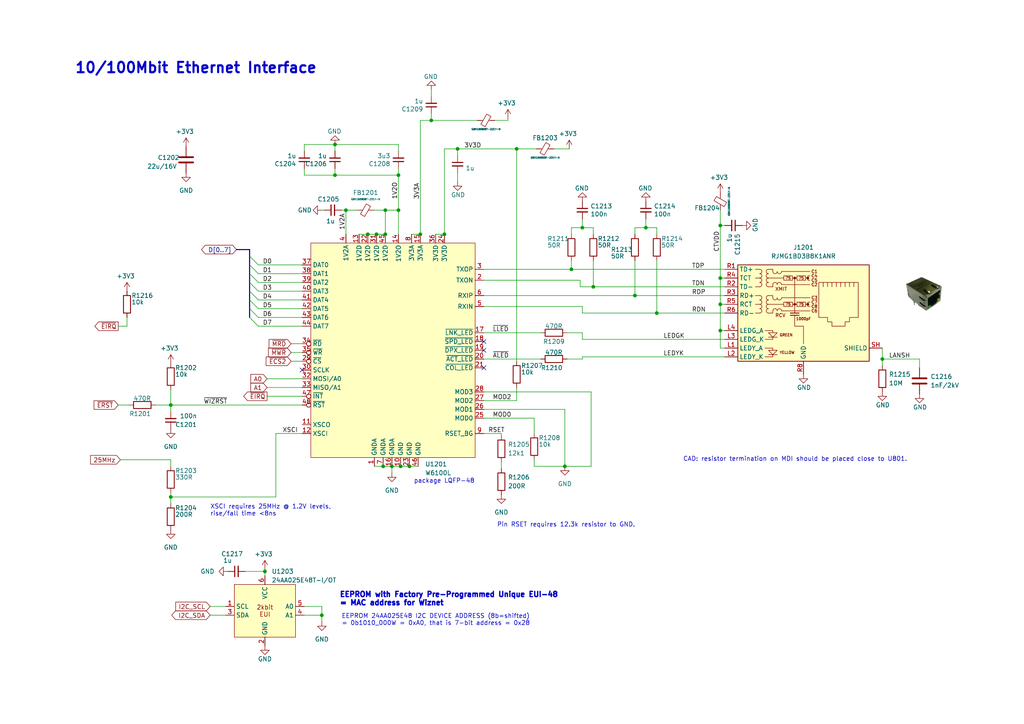
<source format=kicad_sch>
(kicad_sch (version 20230121) (generator eeschema)
  (paper "A4")
  (title_block (title "X65-SBC") (date "2024-02-12") (rev "revB1") (company "FOR X65.EU DESIGNED BY JSYKORA.INFO") (comment 1 "Ethernet LAN Adapter with WIZNET"))
  (lib_symbols
    (symbol "Connector:RJ45_Amphenol_RJMG1BD3B8K1ANR"
      (property "Reference" "J1201" (at 0 19.05 0))
      (property "Value" "RJMG1BD3B8K1ANR" (at 0 16.51 0))
      (symbol "RJ45_Amphenol_RJMG1BD3B8K1ANR_0_0"
        (circle (center -2.54 2.54) (radius 0.254) (stroke (width 0.254)) (fill (type outline)))
        (circle (center -2.54 10.16) (radius 0.254) (stroke (width 0.254)) (fill (type outline)))
        (polyline (pts (xy -7.62 -12.065) (xy -10.16 -12.065)))
        (polyline (pts (xy -7.62 -6.985) (xy -10.16 -6.985)))
        (polyline (pts (xy -2.54 10.16) (xy -2.54 0)))
        (polyline (pts (xy -1.27 -0.635) (xy -3.81 -0.635)) (stroke (width 0.254)))
        (polyline (pts (xy -1.27 0) (xy -3.81 0)) (stroke (width 0.254)))
        (polyline (pts (xy 1.27 2.54) (xy 0.635 2.54)))
        (polyline (pts (xy 1.27 10.16) (xy 0.635 10.16)))
        (polyline (pts (xy -11.176 -12.7) (xy -8.89 -12.7) (xy -8.89 -12.065)))
        (polyline (pts (xy -11.176 -10.16) (xy -8.89 -10.16) (xy -8.89 -10.795)))
        (polyline (pts (xy -11.176 -5.08) (xy -8.89 -5.08) (xy -8.89 -5.715)))
        (polyline (pts (xy -8.89 -6.985) (xy -8.89 -7.62) (xy -11.176 -7.62)))
        (polyline (pts (xy -10.16 -5.715) (xy -7.62 -5.715) (xy -8.89 -6.985) (xy -10.16 -5.715)))
        (polyline (pts (xy -7.62 -10.795) (xy -10.16 -10.795) (xy -8.89 -12.065) (xy -7.62 -10.795)))
        (polyline (pts (xy -2.54 -0.635) (xy -2.54 -3.81) (xy 0 -3.81) (xy 0 -8.89)))
        (polyline (pts (xy 1.905 3.175) (xy 1.27 3.175) (xy 1.27 1.905) (xy 1.905 1.905)))
        (polyline (pts (xy 1.905 10.795) (xy 1.27 10.795) (xy 1.27 9.525) (xy 1.905 9.525)))
        (circle (center 1.27 2.54) (radius 0.254) (stroke (width 0.254)) (fill (type outline)))
        (circle (center 1.27 10.16) (radius 0.254) (stroke (width 0.254)) (fill (type outline)))
        (text "1000pF" (at 0 -1.651 0) (effects (font (size 0.762 0.762))))
        (text "75" (at -4.445 2.54 0) (effects (font (size 0.762 0.762))))
        (text "75" (at -4.445 10.16 0) (effects (font (size 0.762 0.762))))
        (text "75" (at -0.635 2.54 0) (effects (font (size 0.762 0.762))))
        (text "75" (at -0.635 10.16 0) (effects (font (size 0.762 0.762))))
        (text "C1" (at 3.175 12.065 0) (effects (font (size 0.889 0.889))))
        (text "C2" (at 3.175 8.255 0) (effects (font (size 0.889 0.889))))
        (text "C3" (at 3.175 4.445 0) (effects (font (size 0.889 0.889))))
        (text "C4" (at 3.175 10.795 0) (effects (font (size 0.889 0.889))))
        (text "C5" (at 3.175 9.525 0) (effects (font (size 0.889 0.889))))
        (text "C6" (at 3.175 0.635 0) (effects (font (size 0.889 0.889))))
        (text "C7" (at 3.175 3.175 0) (effects (font (size 0.889 0.889))))
        (text "C8" (at 3.175 1.905 0) (effects (font (size 0.889 0.889))))
        (text "GREEN" (at -6.985 -6.35 0) (effects (font (size 0.762 0.762)) (justify left)))
        (text "RCV" (at -8.255 -0.635 0) (effects (font (size 1.016 1.016)) (justify left)))
        (text "XMIT" (at -8.255 6.985 0) (effects (font (size 1.016 1.016)) (justify left)))
        (text "YELLOW" (at -6.985 -11.43 0) (effects (font (size 0.762 0.762)) (justify left)))
      )
      (symbol "RJ45_Amphenol_RJMG1BD3B8K1ANR_0_1"
        (rectangle (start -19.05 -13.97) (end 19.05 13.97) (stroke (width 0.254)) (fill (type background)))
        (arc (start -12.7 0) (mid -12.0677 0.635) (end -12.7 1.27))
        (arc (start -12.7 1.27) (mid -12.0677 1.905) (end -12.7 2.54))
        (arc (start -12.7 2.54) (mid -12.0677 3.175) (end -12.7 3.81))
        (arc (start -12.7 3.81) (mid -12.0677 4.445) (end -12.7 5.08))
        (arc (start -12.7 7.62) (mid -12.0677 8.255) (end -12.7 8.89))
        (arc (start -12.7 8.89) (mid -12.0677 9.525) (end -12.7 10.16))
        (arc (start -12.7 10.16) (mid -12.0677 10.795) (end -12.7 11.43))
        (arc (start -12.7 11.43) (mid -12.0677 12.065) (end -12.7 12.7))
        (arc (start -10.16 1.27) (mid -10.7923 0.635) (end -10.16 0))
        (arc (start -10.16 2.54) (mid -10.7923 1.905) (end -10.16 1.27))
        (arc (start -10.16 3.81) (mid -10.7923 3.175) (end -10.16 2.54))
        (arc (start -10.16 5.08) (mid -10.7923 4.445) (end -10.16 3.81))
        (arc (start -10.16 8.89) (mid -10.7923 8.255) (end -10.16 7.62))
        (arc (start -10.16 10.16) (mid -10.7923 9.525) (end -10.16 8.89))
        (arc (start -10.16 11.43) (mid -10.7923 10.795) (end -10.16 10.16))
        (arc (start -10.16 12.7) (mid -10.7923 12.065) (end -10.16 11.43))
        (arc (start -8.89 4.445) (mid -8.255 3.8127) (end -7.62 4.445))
        (arc (start -8.89 12.065) (mid -8.255 11.4327) (end -7.62 12.065))
        (arc (start -7.62 0.635) (mid -8.255 1.2673) (end -8.89 0.635))
        (arc (start -7.62 4.445) (mid -6.985 3.8127) (end -6.35 4.445))
        (arc (start -7.62 8.255) (mid -8.255 8.8873) (end -8.89 8.255))
        (arc (start -7.62 12.065) (mid -6.985 11.4327) (end -6.35 12.065))
        (arc (start -6.35 0.635) (mid -6.985 1.2673) (end -7.62 0.635))
        (arc (start -6.35 8.255) (mid -6.985 8.8873) (end -7.62 8.255))
        (rectangle (start -5.715 3.175) (end -3.175 1.905))
        (rectangle (start -5.715 10.795) (end -3.175 9.525))
        (rectangle (start -1.905 3.175) (end 0.635 1.905))
        (rectangle (start -1.905 10.795) (end 0.635 9.525))
        (polyline (pts (xy -12.7 0) (xy -13.97 0)))
        (polyline (pts (xy -12.7 2.54) (xy -13.97 2.54)))
        (polyline (pts (xy -12.7 5.08) (xy -13.97 5.08)))
        (polyline (pts (xy -12.7 7.62) (xy -13.97 7.62)))
        (polyline (pts (xy -12.7 10.16) (xy -13.97 10.16)))
        (polyline (pts (xy -12.7 12.7) (xy -13.97 12.7)))
        (polyline (pts (xy -6.35 0.635) (xy 1.905 0.635)))
        (polyline (pts (xy -6.35 4.445) (xy 1.905 4.445)))
        (polyline (pts (xy -6.35 8.255) (xy 1.905 8.255)))
        (polyline (pts (xy -6.35 12.065) (xy 1.905 12.065)))
        (polyline (pts (xy -5.715 2.54) (xy -10.16 2.54)))
        (polyline (pts (xy -5.715 10.16) (xy -10.16 10.16)))
        (polyline (pts (xy -3.175 2.54) (xy -1.905 2.54)))
        (polyline (pts (xy -3.175 10.16) (xy -1.905 10.16)))
        (polyline (pts (xy 5.715 7.62) (xy 5.715 8.89)))
        (polyline (pts (xy 6.985 8.89) (xy 6.985 7.62)))
        (polyline (pts (xy 8.255 8.89) (xy 8.255 7.62)))
        (polyline (pts (xy 9.525 8.89) (xy 9.525 7.62)))
        (polyline (pts (xy 10.795 8.89) (xy 10.795 7.62)))
        (polyline (pts (xy 12.065 8.89) (xy 12.065 7.62)))
        (polyline (pts (xy 13.335 7.62) (xy 13.335 8.89)))
        (polyline (pts (xy 14.605 7.62) (xy 14.605 8.89)))
        (polyline (pts (xy -10.16 5.08) (xy -8.89 5.08) (xy -8.89 4.445)))
        (polyline (pts (xy -10.16 12.7) (xy -8.89 12.7) (xy -8.89 12.065)))
        (polyline (pts (xy -8.89 0.635) (xy -8.89 0) (xy -10.16 0)))
        (polyline (pts (xy -8.89 8.255) (xy -8.89 7.62) (xy -10.16 7.62)))
        (polyline (pts (xy 4.445 8.89) (xy 15.875 8.89) (xy 15.875 -1.27) (xy 13.335 -1.27) (xy 13.335 -2.54) (xy 12.065 -2.54) (xy 12.065 -3.81) (xy 8.255 -3.81) (xy 8.255 -2.54) (xy 6.985 -2.54) (xy 6.985 -1.27) (xy 4.445 -1.27) (xy 4.445 8.89)))
      )
      (symbol "RJ45_Amphenol_RJMG1BD3B8K1ANR_1_1"
        (pin passive line (at -22.86 -10.16 0) (length 3.81) (name "LEDY_A") (number "L1"))
        (pin passive line (at -22.86 -12.7 0) (length 3.81) (name "LEDY_K") (number "L2"))
        (pin passive line (at -22.86 -7.62 0) (length 3.81) (name "LEDG_K") (number "L3"))
        (pin passive line (at -22.86 -5.08 0) (length 3.81) (name "LEDG_A") (number "L4"))
        (pin passive line (at -22.86 12.7 0) (length 3.81) (name "TD+") (number "R1"))
        (pin passive line (at -22.86 7.62 0) (length 3.81) (name "TD-") (number "R2"))
        (pin passive line (at -22.86 5.08 0) (length 3.81) (name "RD+") (number "R3"))
        (pin passive line (at -22.86 10.16 0) (length 3.81) (name "TCT") (number "R4"))
        (pin passive line (at -22.86 2.54 0) (length 3.81) (name "RCT") (number "R5"))
        (pin passive line (at -22.86 0 0) (length 3.81) (name "RD-") (number "R6"))
        (pin no_connect line (at 5.08 -5.08 0) (length 0) hide (name "NC") (number "R7"))
        (pin power_in line (at 0 -17.78 90) (length 3.81) (name "GND") (number "R8"))
        (pin passive line (at 22.86 -10.16 180) (length 3.81) (name "SHIELD") (number "SH"))
      )
    )
    (symbol "Device:C" (pin_numbers hide) (pin_names (offset 0.254))
      (property "Reference" "C" (at 0.635 2.54 0))
      (property "Value" "C" (at 0.635 -2.54 0))
      (symbol "C_0_1"
        (polyline (pts (xy -2.032 -0.762) (xy 2.032 -0.762)) (stroke (width 0.508)))
        (polyline (pts (xy -2.032 0.762) (xy 2.032 0.762)) (stroke (width 0.508)))
      )
      (symbol "C_1_1"
        (pin passive line (at 0 3.81 270) (length 2.794) (name "~") (number "1"))
        (pin passive line (at 0 -3.81 90) (length 2.794) (name "~") (number "2"))
      )
    )
    (symbol "Device:C_Small" (pin_numbers hide) (pin_names (offset 0.254) hide)
      (property "Reference" "C" (at 0.254 1.778 0))
      (property "Value" "C_Small" (at 0.254 -2.032 0))
      (symbol "C_Small_0_1"
        (polyline (pts (xy -1.524 -0.508) (xy 1.524 -0.508)) (stroke (width 0.3302)))
        (polyline (pts (xy -1.524 0.508) (xy 1.524 0.508)) (stroke (width 0.3048)))
      )
      (symbol "C_Small_1_1"
        (pin passive line (at 0 2.54 270) (length 2.032) (name "~") (number "1"))
        (pin passive line (at 0 -2.54 90) (length 2.032) (name "~") (number "2"))
      )
    )
    (symbol "Device:FerriteBead_Small" (pin_numbers hide) (pin_names (offset 0))
      (property "Reference" "FB" (at 1.905 1.27 0))
      (property "Value" "FerriteBead_Small" (at 1.905 -1.27 0))
      (symbol "FerriteBead_Small_0_1"
        (polyline (pts (xy 0 -1.27) (xy 0 -0.7874)))
        (polyline (pts (xy 0 0.889) (xy 0 1.2954)))
        (polyline (pts (xy -1.8288 0.2794) (xy -1.1176 1.4986) (xy 1.8288 -0.2032) (xy 1.1176 -1.4224) (xy -1.8288 0.2794)))
      )
      (symbol "FerriteBead_Small_1_1"
        (pin passive line (at 0 2.54 270) (length 1.27) (name "~") (number "1"))
        (pin passive line (at 0 -2.54 90) (length 1.27) (name "~") (number "2"))
      )
    )
    (symbol "Device:R" (pin_numbers hide) (pin_names (offset 0))
      (property "Reference" "R" (at 2.032 0 90))
      (property "Value" "R" (at 0 0 90))
      (symbol "R_0_1"
        (rectangle (start -1.016 -2.54) (end 1.016 2.54) (stroke (width 0.254)))
      )
      (symbol "R_1_1"
        (pin passive line (at 0 3.81 270) (length 1.27) (name "~") (number "1"))
        (pin passive line (at 0 -3.81 90) (length 1.27) (name "~") (number "2"))
      )
    )
    (symbol "Wiznet:24AA025E-OT"
      (property "Reference" "U" (at 3.81 19.05 0))
      (property "Value" "24AA025E-OT" (at 8.89 16.51 0))
      (symbol "24AA025E-OT_0_1"
        (rectangle (start -8.89 15.24) (end 8.89 0) (fill (type background)))
        (text "2kbit\nEUI" (at 0 7.62 0) (effects (font (size 1.27 1.27))))
      )
      (symbol "24AA025E-OT_1_1"
        (pin input line (at -11.43 8.89 0) (length 2.54) (name "SCL") (number "1"))
        (pin power_in line (at 0 -2.54 90) (length 2.54) (name "GND") (number "2"))
        (pin bidirectional line (at -11.43 6.35 0) (length 2.54) (name "SDA") (number "3"))
        (pin input line (at 11.43 6.35 180) (length 2.54) (name "A1") (number "4"))
        (pin input line (at 11.43 8.89 180) (length 2.54) (name "A0") (number "5"))
        (pin power_in line (at 0 17.78 270) (length 2.54) (name "VCC") (number "6"))
      )
    )
    (symbol "Wiznet:W6100L"
      (property "Reference" "U" (at -24.765 -35.56 0))
      (property "Value" "W6100L" (at -21.59 -38.1 0))
      (symbol "W6100L_0_1"
        (rectangle (start -25.4 29.21) (end 22.225 -33.02) (fill (type background)))
      )
      (symbol "W6100L_1_1"
        (pin power_in line (at -6.985 -35.56 90) (length 2.54) (name "GNDA") (number "1"))
        (pin power_in line (at 0.635 -35.56 90) (length 2.54) (name "GND") (number "10"))
        (pin input line (at -27.94 -23.495 0) (length 2.54) (name "XSCO") (number "11"))
        (pin input line (at -27.94 -26.035 0) (length 2.54) (name "XSCI") (number "12"))
        (pin power_in line (at -11.43 31.75 270) (length 2.54) (name "1V2D") (number "13"))
        (pin power_out line (at 0 31.75 270) (length 2.54) (name "1V2O") (number "14"))
        (pin power_in line (at 6.35 31.75 270) (length 2.54) (name "3V3A") (number "15"))
        (pin power_in line (at -1.905 -35.56 90) (length 2.54) (name "GNDA") (number "16"))
        (pin output line (at 24.765 3.175 180) (length 2.54) (name "~{LNK_LED}") (number "17"))
        (pin output line (at 24.765 0.635 180) (length 2.54) (name "~{SPD_LED}") (number "18"))
        (pin output line (at 24.765 -1.905 180) (length 2.54) (name "~{DPX_LED}") (number "19"))
        (pin output line (at 24.765 18.415 180) (length 2.54) (name "TXON") (number "2"))
        (pin output line (at 24.765 -4.445 180) (length 2.54) (name "~{ACT_LED}") (number "20"))
        (pin output line (at 24.765 -6.985 180) (length 2.54) (name "~{COL_LED}") (number "21"))
        (pin power_in line (at -8.89 31.75 270) (length 2.54) (name "1V2D") (number "22"))
        (pin power_in line (at 3.175 -35.56 90) (length 2.54) (name "GND") (number "23"))
        (pin power_in line (at 13.335 31.75 270) (length 2.54) (name "3V3D") (number "24"))
        (pin input line (at 24.765 -21.59 180) (length 2.54) (name "MOD0") (number "25"))
        (pin input line (at 24.765 -19.05 180) (length 2.54) (name "MOD1") (number "26"))
        (pin input line (at 24.765 -16.51 180) (length 2.54) (name "MOD2") (number "27"))
        (pin input line (at 24.765 -13.97 180) (length 2.54) (name "MOD3") (number "28"))
        (pin input inverted (at -27.94 -5.08 0) (length 2.54) (name "~{CS}") (number "29"))
        (pin output line (at 24.765 21.59 180) (length 2.54) (name "TXOP") (number "3"))
        (pin input line (at -27.94 -7.62 0) (length 2.54) (name "SCLK") (number "30"))
        (pin power_in line (at -6.35 31.75 270) (length 2.54) (name "1V2D") (number "31"))
        (pin input line (at -27.94 -10.16 0) (length 2.54) (name "MOSI/A0") (number "32"))
        (pin bidirectional line (at -27.94 -12.7 0) (length 2.54) (name "MISO/A1") (number "33"))
        (pin input inverted (at -27.94 0 0) (length 2.54) (name "~{RD}") (number "34"))
        (pin input inverted (at -27.94 -2.54 0) (length 2.54) (name "~{WR}") (number "35"))
        (pin power_in line (at 10.795 31.75 270) (length 2.54) (name "3V3D") (number "36"))
        (pin bidirectional line (at -27.94 22.86 0) (length 2.54) (name "DAT0") (number "37"))
        (pin bidirectional line (at -27.94 20.32 0) (length 2.54) (name "DAT1") (number "38"))
        (pin bidirectional line (at -27.94 17.78 0) (length 2.54) (name "DAT2") (number "39"))
        (pin power_in line (at -15.24 31.75 270) (length 2.54) (name "1V2A") (number "4"))
        (pin bidirectional line (at -27.94 15.24 0) (length 2.54) (name "DAT3") (number "40"))
        (pin bidirectional line (at -27.94 12.7 0) (length 2.54) (name "DAT4") (number "41"))
        (pin bidirectional line (at -27.94 10.16 0) (length 2.54) (name "DAT5") (number "42"))
        (pin bidirectional line (at -27.94 7.62 0) (length 2.54) (name "DAT6") (number "43"))
        (pin bidirectional line (at -27.94 5.08 0) (length 2.54) (name "DAT7") (number "44"))
        (pin power_in line (at -3.81 31.75 270) (length 2.54) (name "1V2D") (number "45"))
        (pin power_in line (at 5.715 -35.56 90) (length 2.54) (name "GND") (number "46"))
        (pin bidirectional inverted (at -27.94 -15.24 0) (length 2.54) (name "~{INT}") (number "47"))
        (pin input inverted (at -27.94 -17.78 0) (length 2.54) (name "~{RST}") (number "48"))
        (pin input line (at 24.765 10.795 180) (length 2.54) (name "RXIN") (number "5"))
        (pin input line (at 24.765 13.97 180) (length 2.54) (name "RXIP") (number "6"))
        (pin power_in line (at -4.445 -35.56 90) (length 2.54) (name "GNDA") (number "7"))
        (pin power_in line (at 3.81 31.75 270) (length 2.54) (name "3V3A") (number "8"))
        (pin input line (at 24.765 -26.035 180) (length 2.54) (name "RSET_BG") (number "9"))
      )
    )
    (symbol "power:+3V3" (power) (pin_names (offset 0))
      (property "Value" "+3V3" (at 0 3.556 0))
      (symbol "+3V3_0_1"
        (polyline (pts (xy -0.762 1.27) (xy 0 2.54)))
        (polyline (pts (xy 0 0) (xy 0 2.54)))
        (polyline (pts (xy 0 2.54) (xy 0.762 1.27)))
      )
      (symbol "+3V3_1_1"
        (pin power_in line (at 0 0 90) (length 0) hide (name "+3V3") (number "1"))
      )
    )
    (symbol "power:GND" (power) (pin_names (offset 0))
      (property "Value" "GND" (at 0 -3.81 0))
      (symbol "GND_0_1"
        (polyline (pts (xy 0 0) (xy 0 -1.27) (xy 1.27 -1.27) (xy 0 -2.54) (xy -1.27 -1.27) (xy 0 -1.27)))
      )
      (symbol "GND_1_1"
        (pin power_in line (at 0 0 270) (length 0) hide (name "GND") (number "1"))
      )
    )
  )
  (junction (at 149.86 43.18))
  (junction (at 100.33 60.96))
  (junction (at 49.53 117.475))
  (junction (at 208.915 80.645))
  (junction (at 187.325 66.04))
  (junction (at 184.15 85.725))
  (junction (at 49.53 144.145))
  (junction (at 165.735 78.105))
  (junction (at 121.92 67.945))
  (junction (at 111.76 60.96))
  (junction (at 190.5 90.805))
  (junction (at 97.155 50.8))
  (junction (at 128.905 67.945))
  (junction (at 97.155 41.91))
  (junction (at 93.345 178.435))
  (junction (at 109.22 67.945))
  (junction (at 106.68 67.945))
  (junction (at 111.76 67.945))
  (junction (at 111.125 135.255))
  (junction (at 115.57 50.8))
  (junction (at 116.205 135.255))
  (junction (at 118.745 135.255))
  (junction (at 172.085 83.185))
  (junction (at 208.915 65.405))
  (junction (at 125.095 34.925))
  (junction (at 208.915 88.265))
  (junction (at 255.905 104.14))
  (junction (at 208.915 95.885))
  (junction (at 132.715 43.18))
  (junction (at 76.835 165.735))
  (junction (at 168.91 66.04))
  (junction (at 163.83 135.255))
  (junction (at 115.57 60.96))
  (junction (at 113.665 135.255))
  (no_connect (at 140.335 106.68))
  (no_connect (at 87.63 107.315))
  (no_connect (at 140.335 99.06))
  (no_connect (at 140.335 101.6))
  (bus_entry (at 72.39 89.535) (size 2.54 2.54))
  (bus_entry (at 72.39 79.375) (size 2.54 2.54))
  (bus_entry (at 72.39 86.995) (size 2.54 2.54))
  (bus_entry (at 72.39 81.915) (size 2.54 2.54))
  (bus_entry (at 72.39 84.455) (size 2.54 2.54))
  (bus_entry (at 72.39 92.075) (size 2.54 2.54))
  (bus_entry (at 72.39 74.295) (size 2.54 2.54))
  (bus_entry (at 72.39 76.835) (size 2.54 2.54))
  (wire (pts (xy 87.63 125.73) (xy 80.01 125.73)))
  (bus (pts (xy 72.39 89.535) (xy 72.39 86.995)))
  (wire (pts (xy 121.92 67.945) (xy 121.92 34.925)))
  (wire (pts (xy 111.76 60.96) (xy 111.76 67.945)))
  (bus (pts (xy 72.39 76.835) (xy 72.39 74.295)))
  (wire (pts (xy 132.715 43.18) (xy 132.715 45.085)))
  (wire (pts (xy 184.15 67.945) (xy 184.15 66.04)))
  (wire (pts (xy 60.96 178.435) (xy 65.405 178.435)))
  (wire (pts (xy 163.83 135.255) (xy 171.45 135.255)))
  (wire (pts (xy 49.53 135.255) (xy 49.53 133.35)))
  (wire (pts (xy 74.93 86.995) (xy 87.63 86.995)))
  (wire (pts (xy 140.335 125.73) (xy 145.415 125.73)))
  (wire (pts (xy 49.53 117.475) (xy 49.53 113.03)))
  (wire (pts (xy 74.93 92.075) (xy 87.63 92.075)))
  (wire (pts (xy 208.915 88.265) (xy 208.915 95.885)))
  (wire (pts (xy 171.45 113.665) (xy 171.45 135.255)))
  (wire (pts (xy 168.91 96.52) (xy 164.465 96.52)))
  (wire (pts (xy 168.91 103.505) (xy 168.91 104.14)))
  (wire (pts (xy 93.345 175.895) (xy 93.345 178.435)))
  (wire (pts (xy 97.155 50.8) (xy 88.265 50.8)))
  (wire (pts (xy 76.835 165.1) (xy 76.835 165.735)))
  (bus (pts (xy 72.39 81.915) (xy 72.39 79.375)))
  (wire (pts (xy 77.47 114.935) (xy 87.63 114.935)))
  (wire (pts (xy 210.185 95.885) (xy 208.915 95.885)))
  (wire (pts (xy 115.57 48.895) (xy 115.57 50.8)))
  (wire (pts (xy 165.735 78.105) (xy 210.185 78.105)))
  (wire (pts (xy 266.7 104.14) (xy 266.7 106.68)))
  (wire (pts (xy 104.14 67.945) (xy 106.68 67.945)))
  (wire (pts (xy 184.15 75.565) (xy 184.15 85.725)))
  (wire (pts (xy 88.265 41.91) (xy 88.265 43.815)))
  (wire (pts (xy 100.33 60.96) (xy 100.33 67.945)))
  (wire (pts (xy 163.83 118.745) (xy 163.83 135.255)))
  (wire (pts (xy 76.835 165.735) (xy 76.835 167.005)))
  (wire (pts (xy 115.57 60.96) (xy 111.76 60.96)))
  (wire (pts (xy 97.155 41.91) (xy 97.155 43.815)))
  (wire (pts (xy 49.53 142.875) (xy 49.53 144.145)))
  (wire (pts (xy 184.15 66.04) (xy 187.325 66.04)))
  (wire (pts (xy 93.345 60.96) (xy 93.98 60.96)))
  (wire (pts (xy 34.925 133.35) (xy 49.53 133.35)))
  (bus (pts (xy 72.39 74.295) (xy 72.39 72.39)))
  (wire (pts (xy 74.93 94.615) (xy 87.63 94.615)))
  (wire (pts (xy 165.735 75.565) (xy 165.735 78.105)))
  (wire (pts (xy 172.085 66.04) (xy 172.085 67.945)))
  (wire (pts (xy 208.915 88.265) (xy 210.185 88.265)))
  (wire (pts (xy 113.665 135.255) (xy 116.205 135.255)))
  (wire (pts (xy 154.94 135.255) (xy 163.83 135.255)))
  (wire (pts (xy 84.455 104.775) (xy 87.63 104.775)))
  (wire (pts (xy 88.265 178.435) (xy 93.345 178.435)))
  (wire (pts (xy 97.155 50.8) (xy 115.57 50.8)))
  (wire (pts (xy 187.325 66.04) (xy 190.5 66.04)))
  (wire (pts (xy 109.22 67.945) (xy 111.76 67.945)))
  (wire (pts (xy 132.715 43.18) (xy 128.905 43.18)))
  (wire (pts (xy 88.265 175.895) (xy 93.345 175.895)))
  (wire (pts (xy 255.905 104.14) (xy 255.905 106.045)))
  (wire (pts (xy 128.905 43.18) (xy 128.905 67.945)))
  (wire (pts (xy 74.93 76.835) (xy 87.63 76.835)))
  (wire (pts (xy 97.155 41.91) (xy 115.57 41.91)))
  (wire (pts (xy 168.91 66.04) (xy 172.085 66.04)))
  (wire (pts (xy 119.38 67.945) (xy 121.92 67.945)))
  (wire (pts (xy 208.915 65.405) (xy 208.915 80.645)))
  (wire (pts (xy 140.335 121.285) (xy 154.94 121.285)))
  (wire (pts (xy 116.205 135.255) (xy 118.745 135.255)))
  (wire (pts (xy 255.905 100.965) (xy 255.905 104.14)))
  (wire (pts (xy 97.155 50.8) (xy 97.155 48.895)))
  (wire (pts (xy 125.095 34.925) (xy 138.43 34.925)))
  (wire (pts (xy 74.93 89.535) (xy 87.63 89.535)))
  (wire (pts (xy 80.01 125.73) (xy 80.01 144.145)))
  (wire (pts (xy 74.93 79.375) (xy 87.63 79.375)))
  (wire (pts (xy 155.575 43.18) (xy 149.86 43.18)))
  (wire (pts (xy 140.335 81.28) (xy 168.275 81.28)))
  (wire (pts (xy 210.185 98.425) (xy 168.91 98.425)))
  (wire (pts (xy 99.06 60.96) (xy 100.33 60.96)))
  (wire (pts (xy 145.415 125.73) (xy 145.415 126.365)))
  (wire (pts (xy 184.15 85.725) (xy 210.185 85.725)))
  (wire (pts (xy 113.665 135.255) (xy 113.665 137.16)))
  (wire (pts (xy 121.92 34.925) (xy 125.095 34.925)))
  (wire (pts (xy 149.86 43.18) (xy 149.86 104.775)))
  (wire (pts (xy 36.83 92.075) (xy 36.83 94.615)))
  (wire (pts (xy 36.83 94.615) (xy 34.29 94.615)))
  (wire (pts (xy 190.5 90.805) (xy 210.185 90.805)))
  (wire (pts (xy 60.96 175.895) (xy 65.405 175.895)))
  (wire (pts (xy 154.94 121.285) (xy 154.94 125.73)))
  (wire (pts (xy 147.32 34.925) (xy 143.51 34.925)))
  (wire (pts (xy 77.47 109.855) (xy 87.63 109.855)))
  (wire (pts (xy 115.57 50.8) (xy 115.57 60.96)))
  (bus (pts (xy 72.39 76.835) (xy 72.39 79.375)))
  (wire (pts (xy 111.125 135.255) (xy 113.665 135.255)))
  (wire (pts (xy 140.335 116.205) (xy 149.86 116.205)))
  (bus (pts (xy 68.58 72.39) (xy 72.39 72.39)))
  (wire (pts (xy 208.915 60.96) (xy 208.915 65.405)))
  (wire (pts (xy 108.585 60.96) (xy 111.76 60.96)))
  (wire (pts (xy 208.915 80.645) (xy 208.915 88.265)))
  (wire (pts (xy 140.335 118.745) (xy 163.83 118.745)))
  (wire (pts (xy 208.915 95.885) (xy 208.915 100.965)))
  (wire (pts (xy 165.735 66.04) (xy 168.91 66.04)))
  (wire (pts (xy 165.735 67.945) (xy 165.735 66.04)))
  (wire (pts (xy 49.53 144.145) (xy 80.01 144.145)))
  (wire (pts (xy 187.325 63.5) (xy 187.325 66.04)))
  (wire (pts (xy 126.365 67.945) (xy 128.905 67.945)))
  (wire (pts (xy 168.275 83.185) (xy 172.085 83.185)))
  (wire (pts (xy 34.29 117.475) (xy 37.465 117.475)))
  (wire (pts (xy 208.915 80.645) (xy 210.185 80.645)))
  (wire (pts (xy 154.94 133.35) (xy 154.94 135.255)))
  (wire (pts (xy 140.335 113.665) (xy 171.45 113.665)))
  (wire (pts (xy 255.905 104.14) (xy 266.7 104.14)))
  (wire (pts (xy 74.93 84.455) (xy 87.63 84.455)))
  (wire (pts (xy 115.57 43.815) (xy 115.57 41.91)))
  (wire (pts (xy 190.5 66.04) (xy 190.5 67.945)))
  (bus (pts (xy 72.39 86.995) (xy 72.39 84.455)))
  (wire (pts (xy 140.335 85.725) (xy 184.15 85.725)))
  (wire (pts (xy 71.12 165.735) (xy 76.835 165.735)))
  (wire (pts (xy 108.585 135.255) (xy 111.125 135.255)))
  (wire (pts (xy 145.415 133.985) (xy 145.415 135.89)))
  (wire (pts (xy 88.265 50.8) (xy 88.265 48.895)))
  (wire (pts (xy 74.93 81.915) (xy 87.63 81.915)))
  (wire (pts (xy 118.745 135.255) (xy 121.285 135.255)))
  (wire (pts (xy 87.63 117.475) (xy 49.53 117.475)))
  (wire (pts (xy 115.57 67.945) (xy 115.57 60.96)))
  (wire (pts (xy 208.915 65.405) (xy 210.185 65.405)))
  (wire (pts (xy 103.505 60.96) (xy 100.33 60.96)))
  (wire (pts (xy 84.455 102.235) (xy 87.63 102.235)))
  (wire (pts (xy 172.085 75.565) (xy 172.085 83.185)))
  (wire (pts (xy 93.345 178.435) (xy 93.345 180.34)))
  (wire (pts (xy 147.32 34.29) (xy 147.32 34.925)))
  (wire (pts (xy 168.91 98.425) (xy 168.91 96.52)))
  (wire (pts (xy 140.335 96.52) (xy 156.845 96.52)))
  (wire (pts (xy 172.085 83.185) (xy 210.185 83.185)))
  (wire (pts (xy 132.715 52.705) (xy 132.715 50.165)))
  (wire (pts (xy 125.095 26.035) (xy 125.095 27.94)))
  (bus (pts (xy 72.39 84.455) (xy 72.39 81.915)))
  (wire (pts (xy 125.095 33.02) (xy 125.095 34.925)))
  (wire (pts (xy 190.5 75.565) (xy 190.5 90.805)))
  (bus (pts (xy 72.39 92.075) (xy 72.39 89.535)))
  (wire (pts (xy 49.53 117.475) (xy 49.53 119.38)))
  (wire (pts (xy 140.335 88.9) (xy 168.91 88.9)))
  (wire (pts (xy 140.335 104.14) (xy 156.845 104.14)))
  (wire (pts (xy 149.86 112.395) (xy 149.86 116.205)))
  (wire (pts (xy 210.185 103.505) (xy 168.91 103.505)))
  (wire (pts (xy 49.53 144.145) (xy 49.53 146.05)))
  (wire (pts (xy 208.915 100.965) (xy 210.185 100.965)))
  (wire (pts (xy 132.715 43.18) (xy 149.86 43.18)))
  (wire (pts (xy 168.91 63.5) (xy 168.91 66.04)))
  (wire (pts (xy 97.155 41.91) (xy 88.265 41.91)))
  (wire (pts (xy 168.91 104.14) (xy 164.465 104.14)))
  (wire (pts (xy 168.91 90.805) (xy 190.5 90.805)))
  (wire (pts (xy 160.655 43.18) (xy 165.1 43.18)))
  (wire (pts (xy 168.275 81.28) (xy 168.275 83.185)))
  (wire (pts (xy 106.68 67.945) (xy 109.22 67.945)))
  (wire (pts (xy 77.47 112.395) (xy 87.63 112.395)))
  (wire (pts (xy 45.085 117.475) (xy 49.53 117.475)))
  (wire (pts (xy 84.455 99.695) (xy 87.63 99.695)))
  (wire (pts (xy 168.91 88.9) (xy 168.91 90.805)))
  (wire (pts (xy 140.335 78.105) (xy 165.735 78.105)))
  (image (at 267.97 85.09) (scale 0.522208))
  (text "EEPROM 24AA025E48 I2C DEVICE ADDRESS (8b=shifted)\n= 0b1010_000W = 0xA0, that is 7-bit address = 0x28\n" (at 99.06 181.61 0) (effects (font (size 1.27 1.27)) (justify left bottom)))
  (text "package LQFP-48" (at 120.015 140.335 0) (effects (font (size 1.27 1.27)) (justify left bottom)))
  (text "CAD: resistor termination on MDI should be placed close to U801." (at 198.12 133.985 0) (effects (font (size 1.27 1.27)) (justify left bottom)))
  (text "XSCI requires 25MHz @ 1.2V levels,\nrise/fall time <8ns" (at 60.96 149.86 0) (effects (font (size 1.27 1.27)) (justify left bottom)))
  (text "Pin RSET requires 12.3k resistor to GND." (at 144.145 153.035 0) (effects (font (size 1.27 1.27)) (justify left bottom)))
  (text "10/100Mbit Ethernet Interface" (at 21.59 21.59 0) (effects (font (size 3 3) (thickness 0.6) bold) (justify left bottom)))
  (text "EEPROM with Factory Pre-Programmed Unique EUI-48\n= MAC address for Wiznet" (at 98.425 175.895 0) (effects (font (size 1.5 1.5) (thickness 0.6) bold) (justify left bottom)))
  (label "LEDYK" (at 192.405 103.505 0))
  (label "~{ALED}" (at 142.875 104.14 0))
  (label "MOD0" (at 142.875 121.285 0))
  (label "LEDGK" (at 192.405 98.425 0))
  (label "CTVDD" (at 208.915 73.025 90))
  (label "LANSH" (at 257.81 104.14 0))
  (label "RDP" (at 200.66 85.725 0))
  (label "RDN" (at 200.66 90.805 0))
  (label "MOD2" (at 142.875 116.205 0))
  (label "1V2A" (at 100.33 66.675 90))
  (label "D1" (at 76.2 79.375 0))
  (label "3V3A" (at 121.92 57.785 90))
  (label "3V3D" (at 134.62 43.18 0))
  (label "D2" (at 76.2 81.915 0))
  (label "D7" (at 76.2 94.615 0))
  (label "D6" (at 76.2 92.075 0))
  (label "TDN" (at 200.66 83.185 0))
  (label "XSCI" (at 81.915 125.73 0))
  (label "~{LLED}" (at 142.875 96.52 0))
  (label "~{WIZRST}" (at 59.055 117.475 0))
  (label "D0" (at 76.2 76.835 0))
  (label "TDP" (at 200.66 78.105 0))
  (label "1V2O" (at 115.57 57.785 90))
  (label "RSET" (at 141.605 125.73 0))
  (label "D5" (at 76.2 89.535 0))
  (label "D3" (at 76.2 84.455 0))
  (label "D4" (at 76.2 86.995 0))
  (global_label "D[0..7]" (shape bidirectional) (at 68.58 72.39 180) (property "Intersheetrefs" "${INTERSHEET_REFS}" (effects hide)) (property "Reference mezi listy" "${INTERSHEET_REFS}" (effects hide)))
  (global_label "~{EIRQ}" (shape output) (at 77.47 114.935 180) (property "Intersheetrefs" "${INTERSHEET_REFS}" (effects hide)) (property "Reference mezi listy" "${INTERSHEET_REFS}" (effects hide)))
  (global_label "I2C_SDA" (shape bidirectional) (at 60.96 178.435 180) (property "Intersheetrefs" "${INTERSHEET_REFS}" (effects hide)))
  (global_label "A1" (shape input) (at 77.47 112.395 180) (property "Intersheetrefs" "${INTERSHEET_REFS}" (effects hide)) (property "Reference mezi listy" "${INTERSHEET_REFS}" (effects hide)))
  (global_label "~{ECS2}" (shape input) (at 84.455 104.775 180) (property "Intersheetrefs" "${INTERSHEET_REFS}" (effects hide)) (property "Reference mezi listy" "${INTERSHEET_REFS}" (effects hide)))
  (global_label "A0" (shape input) (at 77.47 109.855 180) (property "Intersheetrefs" "${INTERSHEET_REFS}" (effects hide)) (property "Reference mezi listy" "${INTERSHEET_REFS}" (effects hide)))
  (global_label "~{EIRQ}" (shape output) (at 34.29 94.615 180) (property "Intersheetrefs" "${INTERSHEET_REFS}" (effects hide)) (property "Reference mezi listy" "${INTERSHEET_REFS}" (effects hide)))
  (global_label "~{MWR}" (shape input) (at 84.455 102.235 180) (property "Intersheetrefs" "${INTERSHEET_REFS}" (effects hide)) (property "Reference mezi listy" "${INTERSHEET_REFS}" (effects hide)))
  (global_label "25MHz" (shape input) (at 34.925 133.35 180) (property "Intersheetrefs" "${INTERSHEET_REFS}" (effects hide)) (property "Reference mezi listy" "${INTERSHEET_REFS}" (effects hide)))
  (global_label "~{MRD}" (shape input) (at 84.455 99.695 180) (property "Intersheetrefs" "${INTERSHEET_REFS}" (effects hide)) (property "Reference mezi listy" "${INTERSHEET_REFS}" (effects hide)))
  (global_label "I2C_SCL" (shape input) (at 60.96 175.895 180) (property "Intersheetrefs" "${INTERSHEET_REFS}" (effects hide)))
  (global_label "~{ERST}" (shape input) (at 34.29 117.475 180) (property "Intersheetrefs" "${INTERSHEET_REFS}" (effects hide)) (property "Reference mezi listy" "${INTERSHEET_REFS}" (effects hide)))
  (symbol (lib_id "Device:R") (at 49.53 139.065 0) (unit 1)
    (property "Reference" "R1203" (at 50.8 136.525 0) (effects (justify left)))
    (property "Value" "330R" (at 50.8 138.43 0) (effects (justify left)))
    (property "Footprint" "Resistor_SMD:R_0603_1608Metric_Pad0.98x0.95mm_HandSolder" (effects hide))
    (instances (project "x65-sbc-revB1" (path "" (reference "R1203") (unit 1))) (project "openX65-vabo" (path "" (reference "R820") (unit 1))))
  )
  (symbol (lib_id "power:GND") (at 97.155 41.91 180) (unit 1)
    (property "Reference" "#PWR01209" (effects hide))
    (property "Value" "GND" (at 99.06 38.1 0) (effects (justify left)))
    (instances (project "x65-sbc-revB1" (path "" (reference "#PWR01209") (unit 1))) (project "openX65-vabo" (path "" (reference "#PWR0101") (unit 1))))
  )
  (symbol (lib_id "Device:C_Small") (at 115.57 46.355 180) (unit 1)
    (property "Reference" "C1208" (at 113.2332 47.5234 0) (effects (justify left)))
    (property "Value" "3u3" (at 113.2332 45.212 0) (effects (justify left)))
    (property "Footprint" "Capacitor_SMD:C_0603_1608Metric_Pad1.08x0.95mm_HandSolder" (effects hide))
    (instances (project "x65-sbc-revB1" (path "" (reference "C1208") (unit 1))) (project "openX65-vabo" (path "" (reference "C806") (unit 1))))
  )
  (symbol (lib_id "Device:R") (at 160.655 104.14 90) (unit 1)
    (property "Reference" "R1210" (at 163.195 106.68 90) (effects (justify left)))
    (property "Value" "470R" (at 163.195 102.235 90) (effects (justify left)))
    (property "Footprint" "Resistor_SMD:R_0603_1608Metric_Pad0.98x0.95mm_HandSolder" (effects hide))
    (instances (project "x65-sbc-revB1" (path "" (reference "R1210") (unit 1))) (project "openX65-vabo" (path "" (reference "R808") (unit 1))))
  )
  (symbol (lib_id "power:GND") (at 49.53 153.67 0) (unit 1)
    (property "Reference" "#PWR01203" (effects hide))
    (property "Value" "GND" (at 49.53 158.75 0))
    (instances (project "x65-sbc-revB1" (path "" (reference "#PWR01203") (unit 1))) (project "openX65-vabo" (path "" (reference "#PWR0814") (unit 1))))
  )
  (symbol (lib_id "Device:R") (at 49.53 149.86 0) (unit 1)
    (property "Reference" "R1204" (at 50.8 147.32 0) (effects (justify left)))
    (property "Value" "200R" (at 50.8 149.225 0) (effects (justify left)))
    (property "Footprint" "Resistor_SMD:R_0603_1608Metric_Pad0.98x0.95mm_HandSolder" (effects hide))
    (instances (project "x65-sbc-revB1" (path "" (reference "R1204") (unit 1))) (project "openX65-vabo" (path "" (reference "R821") (unit 1))))
  )
  (symbol (lib_id "power:GND") (at 113.665 137.16 0) (unit 1)
    (property "Reference" "#PWR01210" (effects hide))
    (property "Value" "GND" (at 113.665 142.24 0))
    (instances (project "x65-sbc-revB1" (path "" (reference "#PWR01210") (unit 1))) (project "openX65-vabo" (path "" (reference "#PWR0801") (unit 1))))
  )
  (symbol (lib_id "power:GND") (at 132.715 52.705 0) (unit 1)
    (property "Reference" "#PWR01212" (effects hide))
    (property "Value" "GND" (at 130.81 56.515 0) (effects (justify left)))
    (instances (project "x65-sbc-revB1" (path "" (reference "#PWR01212") (unit 1))) (project "openX65-vabo" (path "" (reference "#PWR0808") (unit 1))))
  )
  (symbol (lib_id "power:GND") (at 145.415 143.51 0) (unit 1)
    (property "Reference" "#PWR01213" (effects hide))
    (property "Value" "GND" (at 145.415 148.59 0))
    (instances (project "x65-sbc-revB1" (path "" (reference "#PWR01213") (unit 1))) (project "openX65-vabo" (path "" (reference "#PWR0802") (unit 1))))
  )
  (symbol (lib_id "Device:R") (at 49.53 109.22 0) (unit 1)
    (property "Reference" "R1202" (at 50.8 106.68 0) (effects (justify left)))
    (property "Value" "10k" (at 50.8 108.585 0) (effects (justify left)))
    (property "Footprint" "Resistor_SMD:R_0603_1608Metric_Pad0.98x0.95mm_HandSolder" (effects hide))
    (instances (project "x65-sbc-revB1" (path "" (reference "R1202") (unit 1))) (project "openX65-vabo" (path "" (reference "R819") (unit 1))))
  )
  (symbol (lib_id "Device:R") (at 160.655 96.52 90) (unit 1)
    (property "Reference" "R1209" (at 163.83 99.06 90) (effects (justify left)))
    (property "Value" "470R" (at 163.195 94.615 90) (effects (justify left)))
    (property "Footprint" "Resistor_SMD:R_0603_1608Metric_Pad0.98x0.95mm_HandSolder" (effects hide))
    (instances (project "x65-sbc-revB1" (path "" (reference "R1209") (unit 1))) (project "openX65-vabo" (path "" (reference "R807") (unit 1))))
  )
  (symbol (lib_id "power:+3V3") (at 49.53 105.41 0) (mirror y) (unit 1)
    (property "Reference" "#PWR01201" (effects hide))
    (property "Value" "+3V3" (at 49.149 101.0158 0))
    (instances (project "x65-sbc-revB1" (path "" (reference "#PWR01201") (unit 1))) (project "openX65-vabo" (path "" (reference "#PWR0809") (unit 1))))
  )
  (symbol (lib_id "power:GND") (at 93.345 60.96 270) (unit 1)
    (property "Reference" "#PWR01208" (effects hide))
    (property "Value" "GND" (at 86.36 60.96 90) (effects (justify left)))
    (instances (project "x65-sbc-revB1" (path "" (reference "#PWR01208") (unit 1))) (project "openX65-vabo" (path "" (reference "#PWR0804") (unit 1))))
  )
  (symbol (lib_id "Device:C_Small") (at 96.52 60.96 90) (unit 1)
    (property "Reference" "C1205" (at 98.425 57.785 90) (effects (justify left)))
    (property "Value" "1u" (at 97.155 64.135 90) (effects (justify left)))
    (property "Footprint" "Capacitor_SMD:C_0603_1608Metric_Pad1.08x0.95mm_HandSolder" (effects hide))
    (instances (project "x65-sbc-revB1" (path "" (reference "C1205") (unit 1))) (project "openX65-vabo" (path "" (reference "C801") (unit 1))))
  )
  (symbol (lib_id "Device:R") (at 190.5 71.755 0) (unit 1)
    (property "Reference" "R1214" (at 191.77 69.215 0) (effects (justify left)))
    (property "Value" "50R" (at 191.77 71.12 0) (effects (justify left)))
    (property "Footprint" "Resistor_SMD:R_0603_1608Metric_Pad0.98x0.95mm_HandSolder" (effects hide))
    (instances (project "x65-sbc-revB1" (path "" (reference "R1214") (unit 1))) (project "openX65-vabo" (path "" (reference "R812") (unit 1))))
  )
  (symbol (lib_id "Device:R") (at 184.15 71.755 0) (unit 1)
    (property "Reference" "R1213" (at 177.165 72.39 0) (effects (justify left)))
    (property "Value" "50R" (at 177.165 74.295 0) (effects (justify left)))
    (property "Footprint" "Resistor_SMD:R_0603_1608Metric_Pad0.98x0.95mm_HandSolder" (effects hide))
    (instances (project "x65-sbc-revB1" (path "" (reference "R1213") (unit 1))) (project "openX65-vabo" (path "" (reference "R811") (unit 1))))
  )
  (symbol (lib_id "power:+3V3") (at 147.32 34.29 0) (mirror y) (unit 1)
    (property "Reference" "#PWR01214" (effects hide))
    (property "Value" "+3V3" (at 146.939 29.8958 0))
    (instances (project "x65-sbc-revB1" (path "" (reference "#PWR01214") (unit 1))) (project "openX65-vabo" (path "" (reference "#PWR0102") (unit 1))))
  )
  (symbol (lib_id "power:GND") (at 53.975 50.165 0) (unit 1)
    (property "Reference" "#PWR01205" (effects hide))
    (property "Value" "GND" (at 53.975 55.245 0))
    (instances (project "x65-sbc-revB1" (path "" (reference "#PWR01205") (unit 1))) (project "openX65-vabo" (path "" (reference "#PWR0816") (unit 1))))
  )
  (symbol (lib_id "Device:C_Small") (at 68.58 165.735 90) (unit 1)
    (property "Reference" "C1217" (at 70.485 160.655 90) (effects (justify left)))
    (property "Value" "1u" (at 67.31 162.56 90) (effects (justify left)))
    (property "Footprint" "Capacitor_SMD:C_0603_1608Metric_Pad1.08x0.95mm_HandSolder" (effects hide))
    (instances (project "x65-sbc-revB1" (path "" (reference "C1217") (unit 1))) (project "openX65-vabo" (path "" (reference "C807") (unit 1))))
  )
  (symbol (lib_id "Device:C") (at 53.975 46.355 180) (unit 1)
    (property "Reference" "C1202" (at 48.895 45.72 0))
    (property "Value" "22u/16V" (at 46.99 48.26 0))
    (property "Footprint" "Capacitor_SMD:C_0805_2012Metric_Pad1.18x1.45mm_HandSolder" (effects hide))
    (instances (project "x65-sbc-revB1" (path "" (reference "C1202") (unit 1))) (project "openX65-vabo" (path "" (reference "C816") (unit 1))))
  )
  (symbol (lib_id "Device:C_Small") (at 212.725 65.405 270) (unit 1)
    (property "Reference" "C1215" (at 213.8934 67.7418 0) (effects (justify left)))
    (property "Value" "1u" (at 211.582 67.7418 0) (effects (justify left)))
    (property "Footprint" "Capacitor_SMD:C_0603_1608Metric_Pad1.08x0.95mm_HandSolder" (effects hide))
    (instances (project "x65-sbc-revB1" (path "" (reference "C1215") (unit 1))) (project "openX65-vabo" (path "" (reference "C810") (unit 1))))
  )
  (symbol (lib_id "Device:FerriteBead_Small") (at 140.97 34.925 90) (unit 1)
    (property "Reference" "FB1202" (effects hide))
    (property "Value" "GBK160808T-221Y-N" (at 140.97 37.465 90) (effects (font (size 0.5 0.5))))
    (property "Footprint" "Resistor_SMD:R_0603_1608Metric_Pad0.98x0.95mm_HandSolder" (effects hide))
    (instances (project "x65-sbc-revB1" (path "" (reference "FB1202") (unit 1))) (project "openX65-vabo" (path "" (reference "FB802") (unit 1))))
  )
  (symbol (lib_id "Device:R") (at 41.275 117.475 90) (unit 1)
    (property "Reference" "R1201" (at 43.815 120.015 90) (effects (justify left)))
    (property "Value" "470R" (at 43.815 115.57 90) (effects (justify left)))
    (property "Footprint" "Resistor_SMD:R_0603_1608Metric_Pad0.98x0.95mm_HandSolder" (effects hide))
    (instances (project "x65-sbc-revB1" (path "" (reference "R1201") (unit 1))) (project "openX65-vabo" (path "" (reference "R818") (unit 1))))
  )
  (symbol (lib_id "Device:C_Small") (at 168.91 60.96 0) (unit 1)
    (property "Reference" "C1213" (at 171.2468 59.7916 0) (effects (justify left)))
    (property "Value" "100n" (at 171.2468 62.103 0) (effects (justify left)))
    (property "Footprint" "Capacitor_SMD:C_0603_1608Metric_Pad1.08x0.95mm_HandSolder" (effects hide))
    (instances (project "x65-sbc-revB1" (path "" (reference "C1213") (unit 1))) (project "openX65-vabo" (path "" (reference "C811") (unit 1))))
  )
  (symbol (lib_id "Device:C_Small") (at 97.155 46.355 180) (unit 1)
    (property "Reference" "C1206" (at 94.8182 47.5234 0) (effects (justify left)))
    (property "Value" "1u" (at 94.8182 45.212 0) (effects (justify left)))
    (property "Footprint" "Capacitor_SMD:C_0603_1608Metric_Pad1.08x0.95mm_HandSolder" (effects hide))
    (instances (project "x65-sbc-revB1" (path "" (reference "C1206") (unit 1))) (project "openX65-vabo" (path "" (reference "C804") (unit 1))))
  )
  (symbol (lib_id "Device:R") (at 165.735 71.755 0) (unit 1)
    (property "Reference" "R1211" (at 158.75 69.215 0) (effects (justify left)))
    (property "Value" "50R" (at 158.75 71.12 0) (effects (justify left)))
    (property "Footprint" "Resistor_SMD:R_0603_1608Metric_Pad0.98x0.95mm_HandSolder" (effects hide))
    (instances (project "x65-sbc-revB1" (path "" (reference "R1211") (unit 1))) (project "openX65-vabo" (path "" (reference "R809") (unit 1))))
  )
  (symbol (lib_id "Device:R") (at 149.86 108.585 0) (unit 1)
    (property "Reference" "R1207" (at 151.13 106.045 0) (effects (justify left)))
    (property "Value" "10k" (at 151.13 107.95 0) (effects (justify left)))
    (property "Footprint" "Resistor_SMD:R_0603_1608Metric_Pad0.98x0.95mm_HandSolder" (effects hide))
    (instances (project "x65-sbc-revB1" (path "" (reference "R1207") (unit 1))) (project "openX65-vabo" (path "" (reference "R806") (unit 1))))
  )
  (symbol (lib_id "Device:R") (at 36.83 88.265 0) (unit 1)
    (property "Reference" "R1216" (at 38.1 85.725 0) (effects (justify left)))
    (property "Value" "10k" (at 38.1 87.63 0) (effects (justify left)))
    (property "Footprint" "Resistor_SMD:R_0603_1608Metric_Pad0.98x0.95mm_HandSolder" (effects hide))
    (instances (project "x65-sbc-revB1" (path "" (reference "R1216") (unit 1))) (project "openX65-vabo" (path "" (reference "R819") (unit 1))))
  )
  (symbol (lib_id "power:GND") (at 66.04 165.735 270) (unit 1)
    (property "Reference" "#PWR01226" (effects hide))
    (property "Value" "GND" (at 62.23 165.735 90) (effects (justify right)))
    (instances (project "x65-sbc-revB1" (path "" (reference "#PWR01226") (unit 1))) (project "openX65-vabo" (path "" (reference "#PWR0814") (unit 1))))
  )
  (symbol (lib_id "Wiznet:24AA025E-OT") (at 76.835 184.785 0) (unit 1)
    (property "Reference" "U1203" (at 78.7909 165.735 0) (effects (justify left)))
    (property "Value" "24AA025E48T-I/OT" (at 78.7909 168.275 0) (effects (justify left)))
    (property "Footprint" "Package_TO_SOT_SMD:SOT-23-6_Handsoldering" (effects hide))
  )
  (symbol (lib_id "power:GND") (at 125.095 26.035 180) (unit 1)
    (property "Reference" "#PWR01211" (effects hide))
    (property "Value" "GND" (at 127 22.225 0) (effects (justify left)))
    (instances (project "x65-sbc-revB1" (path "" (reference "#PWR01211") (unit 1))) (project "openX65-vabo" (path "" (reference "#PWR0103") (unit 1))))
  )
  (symbol (lib_id "Device:C") (at 266.7 110.49 0) (unit 1)
    (property "Reference" "C1216" (at 269.875 109.2199 0) (effects (justify left)))
    (property "Value" "1nF/2kV" (at 269.875 111.7599 0) (effects (justify left)))
    (property "Footprint" "Capacitor_SMD:C_1206_3216Metric_Pad1.33x1.80mm_HandSolder" (effects hide))
    (instances (project "x65-sbc-revB1" (path "" (reference "C1216") (unit 1))) (project "openX65-vabo" (path "" (reference "C818") (unit 1))))
  )
  (symbol (lib_id "power:GND") (at 187.325 58.42 180) (unit 1)
    (property "Reference" "#PWR01218" (effects hide))
    (property "Value" "GND" (at 189.23 54.61 0) (effects (justify left)))
    (instances (project "x65-sbc-revB1" (path "" (reference "#PWR01218") (unit 1))) (project "openX65-vabo" (path "" (reference "#PWR0812") (unit 1))))
  )
  (symbol (lib_id "Device:R") (at 145.415 139.7 0) (unit 1)
    (property "Reference" "R1206" (at 147.32 138.4299 0) (effects (justify left)))
    (property "Value" "200R" (at 147.32 140.9699 0) (effects (justify left)))
    (property "Footprint" "Resistor_SMD:R_0603_1608Metric_Pad0.98x0.95mm_HandSolder" (effects hide))
    (instances (project "x65-sbc-revB1" (path "" (reference "R1206") (unit 1))) (project "openX65-vabo" (path "" (reference "R802") (unit 1))))
  )
  (symbol (lib_id "power:GND") (at 168.91 58.42 180) (unit 1)
    (property "Reference" "#PWR01217" (effects hide))
    (property "Value" "GND" (at 170.815 54.61 0) (effects (justify left)))
    (instances (project "x65-sbc-revB1" (path "" (reference "#PWR01217") (unit 1))) (project "openX65-vabo" (path "" (reference "#PWR0811") (unit 1))))
  )
  (symbol (lib_id "Device:C_Small") (at 187.325 60.96 0) (unit 1)
    (property "Reference" "C1214" (at 189.6618 59.7916 0) (effects (justify left)))
    (property "Value" "100n" (at 189.6618 62.103 0) (effects (justify left)))
    (property "Footprint" "Capacitor_SMD:C_0603_1608Metric_Pad1.08x0.95mm_HandSolder" (effects hide))
    (instances (project "x65-sbc-revB1" (path "" (reference "C1214") (unit 1))) (project "openX65-vabo" (path "" (reference "C812") (unit 1))))
  )
  (symbol (lib_id "Device:FerriteBead_Small") (at 106.045 60.96 90) (unit 1)
    (property "Reference" "FB1201" (at 106.045 55.88 90))
    (property "Value" "GBK160808T-221Y-N" (at 106.045 57.785 90) (effects (font (size 0.5 0.5))))
    (property "Footprint" "Resistor_SMD:R_0603_1608Metric_Pad0.98x0.95mm_HandSolder" (effects hide))
    (instances (project "x65-sbc-revB1" (path "" (reference "FB1201") (unit 1))) (project "openX65-vabo" (path "" (reference "FB801") (unit 1))))
  )
  (symbol (lib_id "power:GND") (at 49.53 124.46 0) (unit 1)
    (property "Reference" "#PWR01202" (effects hide))
    (property "Value" "GND" (at 49.53 129.54 0))
    (instances (project "x65-sbc-revB1" (path "" (reference "#PWR01202") (unit 1))) (project "openX65-vabo" (path "" (reference "#PWR0813") (unit 1))))
  )
  (symbol (lib_id "Device:FerriteBead_Small") (at 158.115 43.18 90) (unit 1)
    (property "Reference" "FB1203" (at 158.115 40.005 90))
    (property "Value" "GBK160808T-221Y-N" (at 158.115 45.72 90) (effects (font (size 0.5 0.5))))
    (property "Footprint" "Resistor_SMD:R_0603_1608Metric_Pad0.98x0.95mm_HandSolder" (effects hide))
    (instances (project "x65-sbc-revB1" (path "" (reference "FB1203") (unit 1))) (project "openX65-vabo" (path "" (reference "FB804") (unit 1))))
  )
  (symbol (lib_id "power:+3V3") (at 165.1 43.18 0) (mirror y) (unit 1)
    (property "Reference" "#PWR01216" (effects hide))
    (property "Value" "+3V3" (at 164.719 38.7858 0))
    (instances (project "x65-sbc-revB1" (path "" (reference "#PWR01216") (unit 1))) (project "openX65-vabo" (path "" (reference "#PWR0805") (unit 1))))
  )
  (symbol (lib_id "Device:R") (at 154.94 129.54 0) (unit 1)
    (property "Reference" "R1208" (at 156.21 127 0) (effects (justify left)))
    (property "Value" "10k" (at 156.21 128.905 0) (effects (justify left)))
    (property "Footprint" "Resistor_SMD:R_0603_1608Metric_Pad0.98x0.95mm_HandSolder" (effects hide))
    (instances (project "x65-sbc-revB1" (path "" (reference "R1208") (unit 1))) (project "openX65-vabo" (path "" (reference "R803") (unit 1))))
  )
  (symbol (lib_id "Device:C_Small") (at 49.53 121.92 180) (unit 1)
    (property "Reference" "C1201" (at 57.15 123.19 0) (effects (justify left)))
    (property "Value" "100n" (at 57.15 120.65 0) (effects (justify left)))
    (property "Footprint" "Capacitor_SMD:C_0603_1608Metric_Pad1.08x0.95mm_HandSolder" (effects hide))
    (instances (project "x65-sbc-revB1" (path "" (reference "C1201") (unit 1))) (project "openX65-vabo" (path "" (reference "C815") (unit 1))))
  )
  (symbol (lib_id "power:GND") (at 215.265 65.405 90) (unit 1)
    (property "Reference" "#PWR01220" (effects hide))
    (property "Value" "GND" (at 219.075 67.31 0) (effects (justify left)))
    (instances (project "x65-sbc-revB1" (path "" (reference "#PWR01220") (unit 1))) (project "openX65-vabo" (path "" (reference "#PWR0105") (unit 1))))
  )
  (symbol (lib_id "Device:C_Small") (at 132.715 47.625 0) (unit 1)
    (property "Reference" "C1210" (effects hide))
    (property "Value" "1u" (at 135.0518 48.768 0) (effects (justify left)))
    (property "Footprint" "Capacitor_SMD:C_0603_1608Metric_Pad1.08x0.95mm_HandSolder" (effects hide))
    (instances (project "x65-sbc-revB1" (path "" (reference "C1210") (unit 1))) (project "openX65-vabo" (path "" (reference "C808") (unit 1))))
  )
  (symbol (lib_id "Device:C_Small") (at 88.265 46.355 180) (unit 1)
    (property "Reference" "C1204" (at 85.9282 47.5234 0) (effects (justify left)))
    (property "Value" "1u" (at 85.9282 45.212 0) (effects (justify left)))
    (property "Footprint" "Capacitor_SMD:C_0603_1608Metric_Pad1.08x0.95mm_HandSolder" (effects hide))
    (instances (project "x65-sbc-revB1" (path "" (reference "C1204") (unit 1))) (project "openX65-vabo" (path "" (reference "C807") (unit 1))))
  )
  (symbol (lib_id "Device:R") (at 145.415 130.175 0) (unit 1)
    (property "Reference" "R1205" (at 147.32 128.9049 0) (effects (justify left)))
    (property "Value" "12k1" (at 147.32 131.4449 0) (effects (justify left)))
    (property "Footprint" "Resistor_SMD:R_0603_1608Metric_Pad0.98x0.95mm_HandSolder" (effects hide))
    (instances (project "x65-sbc-revB1" (path "" (reference "R1205") (unit 1))) (project "openX65-vabo" (path "" (reference "R801") (unit 1))))
  )
  (symbol (lib_id "Connector:RJ45_Amphenol_RJMG1BD3B8K1ANR") (at 233.045 90.805 0) (unit 1)
    (property "Reference" "J1201" (at 233.045 71.755 0))
    (property "Value" "RJMG1BD3B8K1ANR" (at 233.045 74.295 0))
    (property "Footprint" "Connector_RJ:RJ45_Amphenol_RJMG1BD3B8K1ANR" (effects hide))
    (property "Datasheet" "https://www.amphenolcanada.com/ProductSearch/Drawings/AC/RJMG1BD3B8K1ANR.PDF" (effects hide))
    (instances (project "x65-sbc-revB1" (path "" (reference "J1201") (unit 1))) (project "openX65-vabo" (path "" (reference "J801") (unit 1))))
  )
  (symbol (lib_id "power:+3V3") (at 208.915 55.88 0) (mirror y) (unit 1)
    (property "Reference" "#PWR01219" (effects hide))
    (property "Value" "+3V3" (at 208.534 51.4858 0))
    (instances (project "x65-sbc-revB1" (path "" (reference "#PWR01219") (unit 1))) (project "openX65-vabo" (path "" (reference "#PWR0810") (unit 1))))
  )
  (symbol (lib_id "power:+3V3") (at 36.83 84.455 0) (mirror y) (unit 1)
    (property "Reference" "#PWR01227" (effects hide))
    (property "Value" "+3V3" (at 36.449 80.0608 0))
    (instances (project "x65-sbc-revB1" (path "" (reference "#PWR01227") (unit 1))) (project "openX65-vabo" (path "" (reference "#PWR0809") (unit 1))))
  )
  (symbol (lib_id "power:GND") (at 255.905 113.665 0) (unit 1)
    (property "Reference" "#PWR01222" (effects hide))
    (property "Value" "GND" (at 254 117.475 0) (effects (justify left)))
    (instances (project "x65-sbc-revB1" (path "" (reference "#PWR01222") (unit 1))) (project "openX65-vabo" (path "" (reference "#PWR0819") (unit 1))))
  )
  (symbol (lib_id "power:GND") (at 76.835 187.325 0) (unit 1)
    (property "Reference" "#PWR01224" (effects hide))
    (property "Value" "GND" (at 76.835 191.135 0))
    (instances (project "x65-sbc-revB1" (path "" (reference "#PWR01224") (unit 1))) (project "openX65-vabo" (path "" (reference "#PWR0814") (unit 1))))
  )
  (symbol (lib_id "Device:C_Small") (at 125.095 30.48 180) (unit 1)
    (property "Reference" "C1209" (at 122.7582 31.6484 0) (effects (justify left)))
    (property "Value" "1u" (at 122.7582 29.337 0) (effects (justify left)))
    (property "Footprint" "Capacitor_SMD:C_0603_1608Metric_Pad1.08x0.95mm_HandSolder" (effects hide))
    (instances (project "x65-sbc-revB1" (path "" (reference "C1209") (unit 1))) (project "openX65-vabo" (path "" (reference "C802") (unit 1))))
  )
  (symbol (lib_id "power:GND") (at 93.345 180.34 0) (unit 1)
    (property "Reference" "#PWR01228" (effects hide))
    (property "Value" "GND" (at 93.345 185.42 0))
    (instances (project "x65-sbc-revB1" (path "" (reference "#PWR01228") (unit 1))) (project "openX65-vabo" (path "" (reference "#PWR0801") (unit 1))))
  )
  (symbol (lib_id "power:+3V3") (at 53.975 42.545 0) (mirror y) (unit 1)
    (property "Reference" "#PWR01204" (effects hide))
    (property "Value" "+3V3" (at 53.594 38.1508 0))
    (instances (project "x65-sbc-revB1" (path "" (reference "#PWR01204") (unit 1))) (project "openX65-vabo" (path "" (reference "#PWR0815") (unit 1))))
  )
  (symbol (lib_id "Device:R") (at 255.905 109.855 0) (unit 1)
    (property "Reference" "R1215" (at 257.81 108.5849 0) (effects (justify left)))
    (property "Value" "10M" (at 257.81 111.1249 0) (effects (justify left)))
    (property "Footprint" "Resistor_SMD:R_2512_6332Metric_Pad1.40x3.35mm_HandSolder" (effects hide))
    (instances (project "x65-sbc-revB1" (path "" (reference "R1215") (unit 1))) (project "openX65-vabo" (path "" (reference "R804") (unit 1))))
  )
  (symbol (lib_id "power:GND") (at 163.83 135.255 0) (unit 1)
    (property "Reference" "#PWR01215" (effects hide))
    (property "Value" "GND" (at 163.83 140.335 0))
    (instances (project "x65-sbc-revB1" (path "" (reference "#PWR01215") (unit 1))) (project "openX65-vabo" (path "" (reference "#PWR0803") (unit 1))))
  )
  (symbol (lib_id "Device:R") (at 172.085 71.755 0) (unit 1)
    (property "Reference" "R1212" (at 173.355 69.215 0) (effects (justify left)))
    (property "Value" "50R" (at 173.355 71.12 0) (effects (justify left)))
    (property "Footprint" "Resistor_SMD:R_0603_1608Metric_Pad0.98x0.95mm_HandSolder" (effects hide))
    (instances (project "x65-sbc-revB1" (path "" (reference "R1212") (unit 1))) (project "openX65-vabo" (path "" (reference "R810") (unit 1))))
  )
  (symbol (lib_id "Wiznet:W6100L") (at 115.57 99.695 0) (unit 1)
    (property "Reference" "U1201" (at 123.3044 134.62 0) (effects (justify left)))
    (property "Value" "W6100L" (at 123.3044 137.16 0) (effects (justify left)))
    (property "Footprint" "Package_QFP:LQFP-48_7x7mm_P0.5mm" (effects hide))
    (instances (project "x65-sbc-revB1" (path "" (reference "U1201") (unit 1))) (project "openX65-vabo" (path "" (reference "U801") (unit 1))))
  )
  (symbol (lib_id "power:+3V3") (at 76.835 165.1 0) (mirror y) (unit 1)
    (property "Reference" "#PWR01225" (effects hide))
    (property "Value" "+3V3" (at 76.454 160.7058 0))
    (instances (project "x65-sbc-revB1" (path "" (reference "#PWR01225") (unit 1))) (project "openX65-vabo" (path "" (reference "#PWR0809") (unit 1))))
  )
  (symbol (lib_id "Device:FerriteBead_Small") (at 208.915 58.42 180) (unit 1)
    (property "Reference" "FB1204" (at 205.105 60.325 0))
    (property "Value" "GBK160808T-221Y-N" (at 211.455 58.42 90) (effects (font (size 0.5 0.5))))
    (property "Footprint" "Resistor_SMD:R_0603_1608Metric_Pad0.98x0.95mm_HandSolder" (effects hide))
    (instances (project "x65-sbc-revB1" (path "" (reference "FB1204") (unit 1))) (project "openX65-vabo" (path "" (reference "FB803") (unit 1))))
  )
  (symbol (lib_id "power:GND") (at 266.7 114.3 0) (unit 1)
    (property "Reference" "#PWR01223" (effects hide))
    (property "Value" "GND" (at 264.795 118.11 0) (effects (justify left)))
    (instances (project "x65-sbc-revB1" (path "" (reference "#PWR01223") (unit 1))) (project "openX65-vabo" (path "" (reference "#PWR0820") (unit 1))))
  )
  (symbol (lib_id "power:GND") (at 233.045 108.585 0) (unit 1)
    (property "Reference" "#PWR01221" (effects hide))
    (property "Value" "GND" (at 231.14 112.395 0) (effects (justify left)))
    (instances (project "x65-sbc-revB1" (path "" (reference "#PWR01221") (unit 1))) (project "openX65-vabo" (path "" (reference "#PWR0104") (unit 1))))
  )
)
</source>
